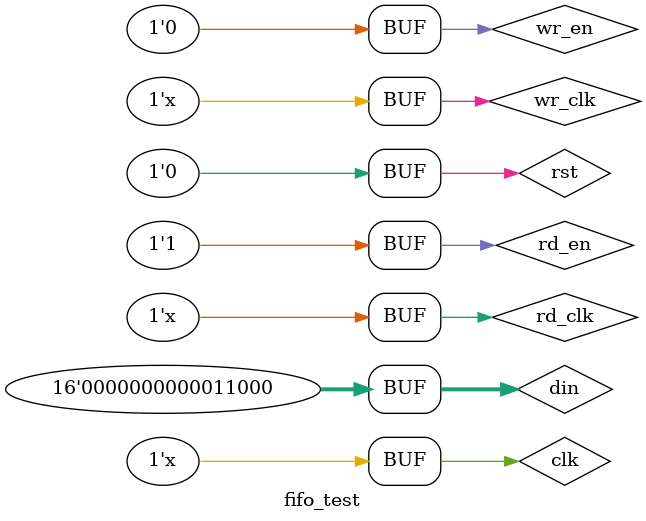
<source format=v>
`timescale 1ns / 1ps


module fifo_test(

    );
    
    // Input
    reg rst;

    reg [15:0]din;
    reg wr_en;
    reg rd_en;
    
    reg clk = 0;
    always #1 clk = ~clk;
    wire wr_clk = clk;
    wire rd_clk = clk;
    
    initial begin
        rst = 1;
        #20 rst = 0;
    end
    
    initial begin
		#20;
		wr_en = 1;
		rd_en =0;
		din = 24;
		#200;
		wr_en = 0;
		rd_en = 1;
	end
    
    
    wire dout;
    wire full;
    wire empty;
    wire wr_rst_busy;
    wire rd_rst_busy;

    
    camera_wr_fifo your_instance_name (
  .rst(rst),                  // input wire rst
  .wr_clk(wr_clk),            // input wire wr_clk
  .rd_clk(rd_clk),            // input wire rd_clk
  .din(din),                  // input wire [15 : 0] din
  .wr_en(wr_en),              // input wire wr_en
  .rd_en(rd_en),              // input wire rd_en
  .dout(dout),                // output wire [127 : 0] dout
  .full(full),                // output wire full
  .empty(empty),              // output wire empty
  .wr_rst_busy(wr_rst_busy),  // output wire wr_rst_busy
  .rd_rst_busy(rd_rst_busy)  // output wire rd_rst_busy
);
endmodule

</source>
